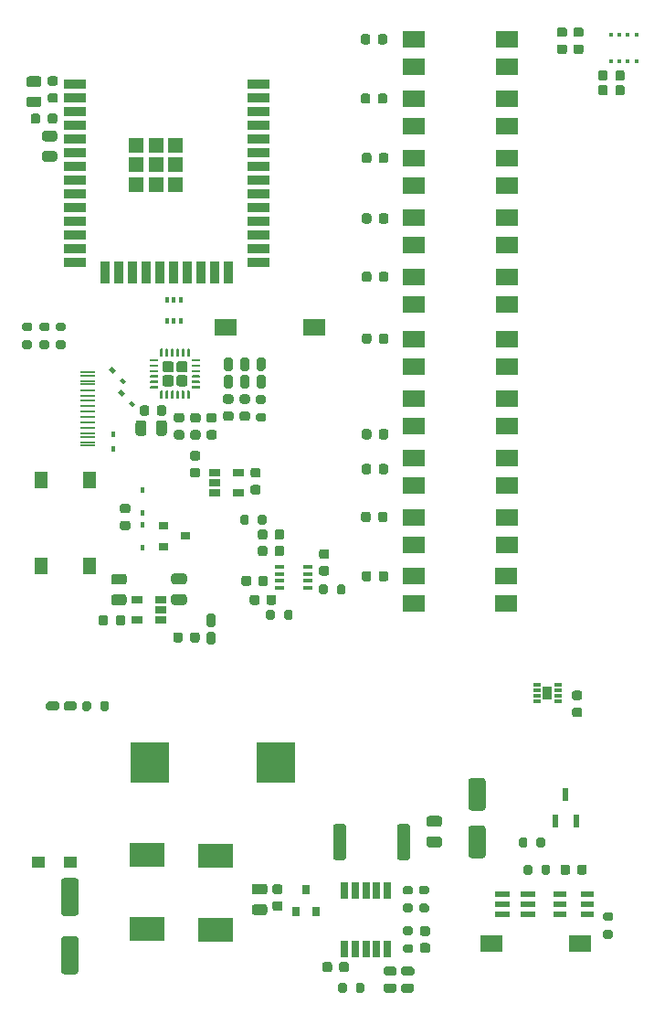
<source format=gbr>
G04 #@! TF.GenerationSoftware,KiCad,Pcbnew,(5.1.10)-1*
G04 #@! TF.CreationDate,2021-10-24T21:46:02+02:00*
G04 #@! TF.ProjectId,TestboardV2.2,54657374-626f-4617-9264-56322e322e6b,rev?*
G04 #@! TF.SameCoordinates,Original*
G04 #@! TF.FileFunction,Paste,Top*
G04 #@! TF.FilePolarity,Positive*
%FSLAX46Y46*%
G04 Gerber Fmt 4.6, Leading zero omitted, Abs format (unit mm)*
G04 Created by KiCad (PCBNEW (5.1.10)-1) date 2021-10-24 21:46:02*
%MOMM*%
%LPD*%
G01*
G04 APERTURE LIST*
%ADD10C,0.100000*%
%ADD11R,0.900000X1.300000*%
%ADD12R,0.750000X0.300000*%
%ADD13R,1.334000X0.276000*%
%ADD14R,0.450000X0.600000*%
%ADD15R,3.650000X3.750000*%
%ADD16R,1.400000X0.600000*%
%ADD17R,0.380000X0.510000*%
%ADD18R,1.330000X1.330000*%
%ADD19R,2.000000X0.900000*%
%ADD20R,0.900000X2.000000*%
%ADD21R,0.376000X0.611000*%
%ADD22R,0.384000X0.384000*%
%ADD23R,2.100000X1.550000*%
%ADD24R,2.000000X1.500000*%
%ADD25R,1.060000X0.650000*%
%ADD26R,0.900000X0.800000*%
%ADD27R,1.240000X1.120000*%
%ADD28R,3.200000X2.250000*%
%ADD29R,0.966000X0.414000*%
%ADD30R,0.650000X1.525000*%
%ADD31R,0.800000X0.900000*%
%ADD32R,0.600000X1.200000*%
%ADD33R,1.300000X1.550000*%
%ADD34R,1.200000X0.600000*%
G04 APERTURE END LIST*
D10*
G36*
X113380000Y-109660000D02*
G01*
X112580000Y-109660000D01*
X112580000Y-108860000D01*
X113380000Y-108860000D01*
X113380000Y-109660000D01*
G37*
X113380000Y-109660000D02*
X112580000Y-109660000D01*
X112580000Y-108860000D01*
X113380000Y-108860000D01*
X113380000Y-109660000D01*
G36*
X112180000Y-109660000D02*
G01*
X111380000Y-109660000D01*
X111380000Y-108860000D01*
X112180000Y-108860000D01*
X112180000Y-109660000D01*
G37*
X112180000Y-109660000D02*
X111380000Y-109660000D01*
X111380000Y-108860000D01*
X112180000Y-108860000D01*
X112180000Y-109660000D01*
G36*
X113380000Y-108460000D02*
G01*
X112580000Y-108460000D01*
X112580000Y-107660000D01*
X113380000Y-107660000D01*
X113380000Y-108460000D01*
G37*
X113380000Y-108460000D02*
X112580000Y-108460000D01*
X112580000Y-107660000D01*
X113380000Y-107660000D01*
X113380000Y-108460000D01*
G36*
X112180000Y-108460000D02*
G01*
X111380000Y-108460000D01*
X111380000Y-107660000D01*
X112180000Y-107660000D01*
X112180000Y-108460000D01*
G37*
X112180000Y-108460000D02*
X111380000Y-108460000D01*
X111380000Y-107660000D01*
X112180000Y-107660000D01*
X112180000Y-108460000D01*
G36*
G01*
X120075000Y-122445000D02*
X120075000Y-121895000D01*
G75*
G02*
X120275000Y-121695000I200000J0D01*
G01*
X120675000Y-121695000D01*
G75*
G02*
X120875000Y-121895000I0J-200000D01*
G01*
X120875000Y-122445000D01*
G75*
G02*
X120675000Y-122645000I-200000J0D01*
G01*
X120275000Y-122645000D01*
G75*
G02*
X120075000Y-122445000I0J200000D01*
G01*
G37*
G36*
G01*
X118425000Y-122445000D02*
X118425000Y-121895000D01*
G75*
G02*
X118625000Y-121695000I200000J0D01*
G01*
X119025000Y-121695000D01*
G75*
G02*
X119225000Y-121895000I0J-200000D01*
G01*
X119225000Y-122445000D01*
G75*
G02*
X119025000Y-122645000I-200000J0D01*
G01*
X118625000Y-122645000D01*
G75*
G02*
X118425000Y-122445000I0J200000D01*
G01*
G37*
D11*
X146910000Y-138200000D03*
D12*
X145910000Y-138950000D03*
X145910000Y-138450000D03*
X145910000Y-137950000D03*
X145910000Y-137450000D03*
X147910000Y-137450000D03*
X147910000Y-137950000D03*
X147910000Y-138450000D03*
X147910000Y-138950000D03*
G36*
G01*
X120085000Y-110635000D02*
X120635000Y-110635000D01*
G75*
G02*
X120835000Y-110835000I0J-200000D01*
G01*
X120835000Y-111235000D01*
G75*
G02*
X120635000Y-111435000I-200000J0D01*
G01*
X120085000Y-111435000D01*
G75*
G02*
X119885000Y-111235000I0J200000D01*
G01*
X119885000Y-110835000D01*
G75*
G02*
X120085000Y-110635000I200000J0D01*
G01*
G37*
G36*
G01*
X120085000Y-112285000D02*
X120635000Y-112285000D01*
G75*
G02*
X120835000Y-112485000I0J-200000D01*
G01*
X120835000Y-112885000D01*
G75*
G02*
X120635000Y-113085000I-200000J0D01*
G01*
X120085000Y-113085000D01*
G75*
G02*
X119885000Y-112885000I0J200000D01*
G01*
X119885000Y-112485000D01*
G75*
G02*
X120085000Y-112285000I200000J0D01*
G01*
G37*
G36*
G01*
X120147500Y-108780000D02*
X120572500Y-108780000D01*
G75*
G02*
X120785000Y-108992500I0J-212500D01*
G01*
X120785000Y-109792500D01*
G75*
G02*
X120572500Y-110005000I-212500J0D01*
G01*
X120147500Y-110005000D01*
G75*
G02*
X119935000Y-109792500I0J212500D01*
G01*
X119935000Y-108992500D01*
G75*
G02*
X120147500Y-108780000I212500J0D01*
G01*
G37*
G36*
G01*
X120147500Y-107155000D02*
X120572500Y-107155000D01*
G75*
G02*
X120785000Y-107367500I0J-212500D01*
G01*
X120785000Y-108167500D01*
G75*
G02*
X120572500Y-108380000I-212500J0D01*
G01*
X120147500Y-108380000D01*
G75*
G02*
X119935000Y-108167500I0J212500D01*
G01*
X119935000Y-107367500D01*
G75*
G02*
X120147500Y-107155000I212500J0D01*
G01*
G37*
G36*
G01*
X105445000Y-139695000D02*
X105445000Y-139145000D01*
G75*
G02*
X105645000Y-138945000I200000J0D01*
G01*
X106045000Y-138945000D01*
G75*
G02*
X106245000Y-139145000I0J-200000D01*
G01*
X106245000Y-139695000D01*
G75*
G02*
X106045000Y-139895000I-200000J0D01*
G01*
X105645000Y-139895000D01*
G75*
G02*
X105445000Y-139695000I0J200000D01*
G01*
G37*
G36*
G01*
X103795000Y-139695000D02*
X103795000Y-139145000D01*
G75*
G02*
X103995000Y-138945000I200000J0D01*
G01*
X104395000Y-138945000D01*
G75*
G02*
X104595000Y-139145000I0J-200000D01*
G01*
X104595000Y-139695000D01*
G75*
G02*
X104395000Y-139895000I-200000J0D01*
G01*
X103995000Y-139895000D01*
G75*
G02*
X103795000Y-139695000I0J200000D01*
G01*
G37*
G36*
G01*
X102060000Y-139642500D02*
X102060000Y-139217500D01*
G75*
G02*
X102272500Y-139005000I212500J0D01*
G01*
X103072500Y-139005000D01*
G75*
G02*
X103285000Y-139217500I0J-212500D01*
G01*
X103285000Y-139642500D01*
G75*
G02*
X103072500Y-139855000I-212500J0D01*
G01*
X102272500Y-139855000D01*
G75*
G02*
X102060000Y-139642500I0J212500D01*
G01*
G37*
G36*
G01*
X100435000Y-139642500D02*
X100435000Y-139217500D01*
G75*
G02*
X100647500Y-139005000I212500J0D01*
G01*
X101447500Y-139005000D01*
G75*
G02*
X101660000Y-139217500I0J-212500D01*
G01*
X101660000Y-139642500D01*
G75*
G02*
X101447500Y-139855000I-212500J0D01*
G01*
X100647500Y-139855000D01*
G75*
G02*
X100435000Y-139642500I0J212500D01*
G01*
G37*
G36*
G01*
X119745000Y-157790000D02*
X120695000Y-157790000D01*
G75*
G02*
X120945000Y-158040000I0J-250000D01*
G01*
X120945000Y-158540000D01*
G75*
G02*
X120695000Y-158790000I-250000J0D01*
G01*
X119745000Y-158790000D01*
G75*
G02*
X119495000Y-158540000I0J250000D01*
G01*
X119495000Y-158040000D01*
G75*
G02*
X119745000Y-157790000I250000J0D01*
G01*
G37*
G36*
G01*
X119745000Y-155890000D02*
X120695000Y-155890000D01*
G75*
G02*
X120945000Y-156140000I0J-250000D01*
G01*
X120945000Y-156640000D01*
G75*
G02*
X120695000Y-156890000I-250000J0D01*
G01*
X119745000Y-156890000D01*
G75*
G02*
X119495000Y-156640000I0J250000D01*
G01*
X119495000Y-156140000D01*
G75*
G02*
X119745000Y-155890000I250000J0D01*
G01*
G37*
G36*
G01*
X113225000Y-128160000D02*
X112275000Y-128160000D01*
G75*
G02*
X112025000Y-127910000I0J250000D01*
G01*
X112025000Y-127410000D01*
G75*
G02*
X112275000Y-127160000I250000J0D01*
G01*
X113225000Y-127160000D01*
G75*
G02*
X113475000Y-127410000I0J-250000D01*
G01*
X113475000Y-127910000D01*
G75*
G02*
X113225000Y-128160000I-250000J0D01*
G01*
G37*
G36*
G01*
X113225000Y-130060000D02*
X112275000Y-130060000D01*
G75*
G02*
X112025000Y-129810000I0J250000D01*
G01*
X112025000Y-129310000D01*
G75*
G02*
X112275000Y-129060000I250000J0D01*
G01*
X113225000Y-129060000D01*
G75*
G02*
X113475000Y-129310000I0J-250000D01*
G01*
X113475000Y-129810000D01*
G75*
G02*
X113225000Y-130060000I-250000J0D01*
G01*
G37*
G36*
G01*
X107655000Y-128190000D02*
X106705000Y-128190000D01*
G75*
G02*
X106455000Y-127940000I0J250000D01*
G01*
X106455000Y-127440000D01*
G75*
G02*
X106705000Y-127190000I250000J0D01*
G01*
X107655000Y-127190000D01*
G75*
G02*
X107905000Y-127440000I0J-250000D01*
G01*
X107905000Y-127940000D01*
G75*
G02*
X107655000Y-128190000I-250000J0D01*
G01*
G37*
G36*
G01*
X107655000Y-130090000D02*
X106705000Y-130090000D01*
G75*
G02*
X106455000Y-129840000I0J250000D01*
G01*
X106455000Y-129340000D01*
G75*
G02*
X106705000Y-129090000I250000J0D01*
G01*
X107655000Y-129090000D01*
G75*
G02*
X107905000Y-129340000I0J-250000D01*
G01*
X107905000Y-129840000D01*
G75*
G02*
X107655000Y-130090000I-250000J0D01*
G01*
G37*
G36*
G01*
X109730000Y-113215000D02*
X109730000Y-114165000D01*
G75*
G02*
X109480000Y-114415000I-250000J0D01*
G01*
X108980000Y-114415000D01*
G75*
G02*
X108730000Y-114165000I0J250000D01*
G01*
X108730000Y-113215000D01*
G75*
G02*
X108980000Y-112965000I250000J0D01*
G01*
X109480000Y-112965000D01*
G75*
G02*
X109730000Y-113215000I0J-250000D01*
G01*
G37*
G36*
G01*
X111630000Y-113215000D02*
X111630000Y-114165000D01*
G75*
G02*
X111380000Y-114415000I-250000J0D01*
G01*
X110880000Y-114415000D01*
G75*
G02*
X110630000Y-114165000I0J250000D01*
G01*
X110630000Y-113215000D01*
G75*
G02*
X110880000Y-112965000I250000J0D01*
G01*
X111380000Y-112965000D01*
G75*
G02*
X111630000Y-113215000I0J-250000D01*
G01*
G37*
D13*
X104260000Y-111170000D03*
X104260000Y-111670000D03*
X104260000Y-112170000D03*
X104260000Y-112670000D03*
X104260000Y-113170000D03*
X104260000Y-114220000D03*
X104260000Y-115020000D03*
X104260000Y-115320000D03*
X104260000Y-114520000D03*
X104260000Y-113670000D03*
X104260000Y-110670000D03*
X104260000Y-109620000D03*
X104260000Y-108820000D03*
X104260000Y-110170000D03*
X104260000Y-109320000D03*
X104260000Y-108520000D03*
D14*
X109380000Y-121540000D03*
X109380000Y-119440000D03*
G36*
G01*
X132950000Y-153455001D02*
X132950000Y-150604999D01*
G75*
G02*
X133199999Y-150355000I249999J0D01*
G01*
X133925001Y-150355000D01*
G75*
G02*
X134175000Y-150604999I0J-249999D01*
G01*
X134175000Y-153455001D01*
G75*
G02*
X133925001Y-153705000I-249999J0D01*
G01*
X133199999Y-153705000D01*
G75*
G02*
X132950000Y-153455001I0J249999D01*
G01*
G37*
G36*
G01*
X127025000Y-153455001D02*
X127025000Y-150604999D01*
G75*
G02*
X127274999Y-150355000I249999J0D01*
G01*
X128000001Y-150355000D01*
G75*
G02*
X128250000Y-150604999I0J-249999D01*
G01*
X128250000Y-153455001D01*
G75*
G02*
X128000001Y-153705000I-249999J0D01*
G01*
X127274999Y-153705000D01*
G75*
G02*
X127025000Y-153455001I0J249999D01*
G01*
G37*
G36*
G01*
X134235000Y-156885000D02*
X133685000Y-156885000D01*
G75*
G02*
X133485000Y-156685000I0J200000D01*
G01*
X133485000Y-156285000D01*
G75*
G02*
X133685000Y-156085000I200000J0D01*
G01*
X134235000Y-156085000D01*
G75*
G02*
X134435000Y-156285000I0J-200000D01*
G01*
X134435000Y-156685000D01*
G75*
G02*
X134235000Y-156885000I-200000J0D01*
G01*
G37*
G36*
G01*
X134235000Y-158535000D02*
X133685000Y-158535000D01*
G75*
G02*
X133485000Y-158335000I0J200000D01*
G01*
X133485000Y-157935000D01*
G75*
G02*
X133685000Y-157735000I200000J0D01*
G01*
X134235000Y-157735000D01*
G75*
G02*
X134435000Y-157935000I0J-200000D01*
G01*
X134435000Y-158335000D01*
G75*
G02*
X134235000Y-158535000I-200000J0D01*
G01*
G37*
G36*
G01*
X140930000Y-149110000D02*
X139830000Y-149110000D01*
G75*
G02*
X139580000Y-148860000I0J250000D01*
G01*
X139580000Y-146360000D01*
G75*
G02*
X139830000Y-146110000I250000J0D01*
G01*
X140930000Y-146110000D01*
G75*
G02*
X141180000Y-146360000I0J-250000D01*
G01*
X141180000Y-148860000D01*
G75*
G02*
X140930000Y-149110000I-250000J0D01*
G01*
G37*
G36*
G01*
X140930000Y-153510000D02*
X139830000Y-153510000D01*
G75*
G02*
X139580000Y-153260000I0J250000D01*
G01*
X139580000Y-150760000D01*
G75*
G02*
X139830000Y-150510000I250000J0D01*
G01*
X140930000Y-150510000D01*
G75*
G02*
X141180000Y-150760000I0J-250000D01*
G01*
X141180000Y-153260000D01*
G75*
G02*
X140930000Y-153510000I-250000J0D01*
G01*
G37*
D15*
X121740000Y-144690000D03*
X110040000Y-144690000D03*
D16*
X145060000Y-158730000D03*
X145060000Y-157780000D03*
X145060000Y-156830000D03*
X142760000Y-158730000D03*
X142760000Y-157780000D03*
X142760000Y-156830000D03*
G36*
G01*
X118647500Y-108790000D02*
X119072500Y-108790000D01*
G75*
G02*
X119285000Y-109002500I0J-212500D01*
G01*
X119285000Y-109802500D01*
G75*
G02*
X119072500Y-110015000I-212500J0D01*
G01*
X118647500Y-110015000D01*
G75*
G02*
X118435000Y-109802500I0J212500D01*
G01*
X118435000Y-109002500D01*
G75*
G02*
X118647500Y-108790000I212500J0D01*
G01*
G37*
G36*
G01*
X118647500Y-107165000D02*
X119072500Y-107165000D01*
G75*
G02*
X119285000Y-107377500I0J-212500D01*
G01*
X119285000Y-108177500D01*
G75*
G02*
X119072500Y-108390000I-212500J0D01*
G01*
X118647500Y-108390000D01*
G75*
G02*
X118435000Y-108177500I0J212500D01*
G01*
X118435000Y-107377500D01*
G75*
G02*
X118647500Y-107165000I212500J0D01*
G01*
G37*
G36*
G01*
X117117500Y-107165000D02*
X117542500Y-107165000D01*
G75*
G02*
X117755000Y-107377500I0J-212500D01*
G01*
X117755000Y-108177500D01*
G75*
G02*
X117542500Y-108390000I-212500J0D01*
G01*
X117117500Y-108390000D01*
G75*
G02*
X116905000Y-108177500I0J212500D01*
G01*
X116905000Y-107377500D01*
G75*
G02*
X117117500Y-107165000I212500J0D01*
G01*
G37*
G36*
G01*
X117117500Y-108790000D02*
X117542500Y-108790000D01*
G75*
G02*
X117755000Y-109002500I0J-212500D01*
G01*
X117755000Y-109802500D01*
G75*
G02*
X117542500Y-110015000I-212500J0D01*
G01*
X117117500Y-110015000D01*
G75*
G02*
X116905000Y-109802500I0J212500D01*
G01*
X116905000Y-109002500D01*
G75*
G02*
X117117500Y-108790000I212500J0D01*
G01*
G37*
G36*
G01*
X115507500Y-132520000D02*
X115932500Y-132520000D01*
G75*
G02*
X116145000Y-132732500I0J-212500D01*
G01*
X116145000Y-133532500D01*
G75*
G02*
X115932500Y-133745000I-212500J0D01*
G01*
X115507500Y-133745000D01*
G75*
G02*
X115295000Y-133532500I0J212500D01*
G01*
X115295000Y-132732500D01*
G75*
G02*
X115507500Y-132520000I212500J0D01*
G01*
G37*
G36*
G01*
X115507500Y-130895000D02*
X115932500Y-130895000D01*
G75*
G02*
X116145000Y-131107500I0J-212500D01*
G01*
X116145000Y-131907500D01*
G75*
G02*
X115932500Y-132120000I-212500J0D01*
G01*
X115507500Y-132120000D01*
G75*
G02*
X115295000Y-131907500I0J212500D01*
G01*
X115295000Y-131107500D01*
G75*
G02*
X115507500Y-130895000I212500J0D01*
G01*
G37*
G36*
G01*
X118593750Y-112140000D02*
X119106250Y-112140000D01*
G75*
G02*
X119325000Y-112358750I0J-218750D01*
G01*
X119325000Y-112796250D01*
G75*
G02*
X119106250Y-113015000I-218750J0D01*
G01*
X118593750Y-113015000D01*
G75*
G02*
X118375000Y-112796250I0J218750D01*
G01*
X118375000Y-112358750D01*
G75*
G02*
X118593750Y-112140000I218750J0D01*
G01*
G37*
G36*
G01*
X118593750Y-110565000D02*
X119106250Y-110565000D01*
G75*
G02*
X119325000Y-110783750I0J-218750D01*
G01*
X119325000Y-111221250D01*
G75*
G02*
X119106250Y-111440000I-218750J0D01*
G01*
X118593750Y-111440000D01*
G75*
G02*
X118375000Y-111221250I0J218750D01*
G01*
X118375000Y-110783750D01*
G75*
G02*
X118593750Y-110565000I218750J0D01*
G01*
G37*
G36*
G01*
X117063750Y-112140000D02*
X117576250Y-112140000D01*
G75*
G02*
X117795000Y-112358750I0J-218750D01*
G01*
X117795000Y-112796250D01*
G75*
G02*
X117576250Y-113015000I-218750J0D01*
G01*
X117063750Y-113015000D01*
G75*
G02*
X116845000Y-112796250I0J218750D01*
G01*
X116845000Y-112358750D01*
G75*
G02*
X117063750Y-112140000I218750J0D01*
G01*
G37*
G36*
G01*
X117063750Y-110565000D02*
X117576250Y-110565000D01*
G75*
G02*
X117795000Y-110783750I0J-218750D01*
G01*
X117795000Y-111221250D01*
G75*
G02*
X117576250Y-111440000I-218750J0D01*
G01*
X117063750Y-111440000D01*
G75*
G02*
X116845000Y-111221250I0J218750D01*
G01*
X116845000Y-110783750D01*
G75*
G02*
X117063750Y-110565000I218750J0D01*
G01*
G37*
G36*
G01*
X100303750Y-88040000D02*
X101216250Y-88040000D01*
G75*
G02*
X101460000Y-88283750I0J-243750D01*
G01*
X101460000Y-88771250D01*
G75*
G02*
X101216250Y-89015000I-243750J0D01*
G01*
X100303750Y-89015000D01*
G75*
G02*
X100060000Y-88771250I0J243750D01*
G01*
X100060000Y-88283750D01*
G75*
G02*
X100303750Y-88040000I243750J0D01*
G01*
G37*
G36*
G01*
X100303750Y-86165000D02*
X101216250Y-86165000D01*
G75*
G02*
X101460000Y-86408750I0J-243750D01*
G01*
X101460000Y-86896250D01*
G75*
G02*
X101216250Y-87140000I-243750J0D01*
G01*
X100303750Y-87140000D01*
G75*
G02*
X100060000Y-86896250I0J243750D01*
G01*
X100060000Y-86408750D01*
G75*
G02*
X100303750Y-86165000I243750J0D01*
G01*
G37*
G36*
G01*
X99756250Y-82090000D02*
X98843750Y-82090000D01*
G75*
G02*
X98600000Y-81846250I0J243750D01*
G01*
X98600000Y-81358750D01*
G75*
G02*
X98843750Y-81115000I243750J0D01*
G01*
X99756250Y-81115000D01*
G75*
G02*
X100000000Y-81358750I0J-243750D01*
G01*
X100000000Y-81846250D01*
G75*
G02*
X99756250Y-82090000I-243750J0D01*
G01*
G37*
G36*
G01*
X99756250Y-83965000D02*
X98843750Y-83965000D01*
G75*
G02*
X98600000Y-83721250I0J243750D01*
G01*
X98600000Y-83233750D01*
G75*
G02*
X98843750Y-82990000I243750J0D01*
G01*
X99756250Y-82990000D01*
G75*
G02*
X100000000Y-83233750I0J-243750D01*
G01*
X100000000Y-83721250D01*
G75*
G02*
X99756250Y-83965000I-243750J0D01*
G01*
G37*
D10*
G36*
X107470987Y-110759688D02*
G01*
X107110362Y-110399063D01*
X107379063Y-110130362D01*
X107739688Y-110490987D01*
X107470987Y-110759688D01*
G37*
G36*
X108460937Y-111749638D02*
G01*
X108100312Y-111389013D01*
X108369013Y-111120312D01*
X108729638Y-111480937D01*
X108460937Y-111749638D01*
G37*
G36*
X106519063Y-108010362D02*
G01*
X106879688Y-108370987D01*
X106610987Y-108639688D01*
X106250362Y-108279063D01*
X106519063Y-108010362D01*
G37*
G36*
X107509013Y-109000312D02*
G01*
X107869638Y-109360937D01*
X107600937Y-109629638D01*
X107240312Y-109269013D01*
X107509013Y-109000312D01*
G37*
D17*
X106700000Y-115640000D03*
X106700000Y-114240000D03*
G36*
G01*
X111205000Y-108285001D02*
X111205000Y-107734999D01*
G75*
G02*
X111454999Y-107485000I249999J0D01*
G01*
X112005001Y-107485000D01*
G75*
G02*
X112255000Y-107734999I0J-249999D01*
G01*
X112255000Y-108285001D01*
G75*
G02*
X112005001Y-108535000I-249999J0D01*
G01*
X111454999Y-108535000D01*
G75*
G02*
X111205000Y-108285001I0J249999D01*
G01*
G37*
G36*
G01*
X111205000Y-109585001D02*
X111205000Y-109034999D01*
G75*
G02*
X111454999Y-108785000I249999J0D01*
G01*
X112005001Y-108785000D01*
G75*
G02*
X112255000Y-109034999I0J-249999D01*
G01*
X112255000Y-109585001D01*
G75*
G02*
X112005001Y-109835000I-249999J0D01*
G01*
X111454999Y-109835000D01*
G75*
G02*
X111205000Y-109585001I0J249999D01*
G01*
G37*
G36*
G01*
X112505000Y-108285001D02*
X112505000Y-107734999D01*
G75*
G02*
X112754999Y-107485000I249999J0D01*
G01*
X113305001Y-107485000D01*
G75*
G02*
X113555000Y-107734999I0J-249999D01*
G01*
X113555000Y-108285001D01*
G75*
G02*
X113305001Y-108535000I-249999J0D01*
G01*
X112754999Y-108535000D01*
G75*
G02*
X112505000Y-108285001I0J249999D01*
G01*
G37*
G36*
G01*
X112505000Y-109585001D02*
X112505000Y-109034999D01*
G75*
G02*
X112754999Y-108785000I249999J0D01*
G01*
X113305001Y-108785000D01*
G75*
G02*
X113555000Y-109034999I0J-249999D01*
G01*
X113555000Y-109585001D01*
G75*
G02*
X113305001Y-109835000I-249999J0D01*
G01*
X112754999Y-109835000D01*
G75*
G02*
X112505000Y-109585001I0J249999D01*
G01*
G37*
G36*
G01*
X110063000Y-107467500D02*
X110063000Y-107352500D01*
G75*
G02*
X110120500Y-107295000I57500J0D01*
G01*
X110764500Y-107295000D01*
G75*
G02*
X110822000Y-107352500I0J-57500D01*
G01*
X110822000Y-107467500D01*
G75*
G02*
X110764500Y-107525000I-57500J0D01*
G01*
X110120500Y-107525000D01*
G75*
G02*
X110063000Y-107467500I0J57500D01*
G01*
G37*
G36*
G01*
X110063000Y-107967500D02*
X110063000Y-107852500D01*
G75*
G02*
X110120500Y-107795000I57500J0D01*
G01*
X110764500Y-107795000D01*
G75*
G02*
X110822000Y-107852500I0J-57500D01*
G01*
X110822000Y-107967500D01*
G75*
G02*
X110764500Y-108025000I-57500J0D01*
G01*
X110120500Y-108025000D01*
G75*
G02*
X110063000Y-107967500I0J57500D01*
G01*
G37*
G36*
G01*
X110063000Y-108467500D02*
X110063000Y-108352500D01*
G75*
G02*
X110120500Y-108295000I57500J0D01*
G01*
X110764500Y-108295000D01*
G75*
G02*
X110822000Y-108352500I0J-57500D01*
G01*
X110822000Y-108467500D01*
G75*
G02*
X110764500Y-108525000I-57500J0D01*
G01*
X110120500Y-108525000D01*
G75*
G02*
X110063000Y-108467500I0J57500D01*
G01*
G37*
G36*
G01*
X110063000Y-108967500D02*
X110063000Y-108852500D01*
G75*
G02*
X110120500Y-108795000I57500J0D01*
G01*
X110764500Y-108795000D01*
G75*
G02*
X110822000Y-108852500I0J-57500D01*
G01*
X110822000Y-108967500D01*
G75*
G02*
X110764500Y-109025000I-57500J0D01*
G01*
X110120500Y-109025000D01*
G75*
G02*
X110063000Y-108967500I0J57500D01*
G01*
G37*
G36*
G01*
X110063000Y-109467500D02*
X110063000Y-109352500D01*
G75*
G02*
X110120500Y-109295000I57500J0D01*
G01*
X110764500Y-109295000D01*
G75*
G02*
X110822000Y-109352500I0J-57500D01*
G01*
X110822000Y-109467500D01*
G75*
G02*
X110764500Y-109525000I-57500J0D01*
G01*
X110120500Y-109525000D01*
G75*
G02*
X110063000Y-109467500I0J57500D01*
G01*
G37*
G36*
G01*
X110063000Y-109967500D02*
X110063000Y-109852500D01*
G75*
G02*
X110120500Y-109795000I57500J0D01*
G01*
X110764500Y-109795000D01*
G75*
G02*
X110822000Y-109852500I0J-57500D01*
G01*
X110822000Y-109967500D01*
G75*
G02*
X110764500Y-110025000I-57500J0D01*
G01*
X110120500Y-110025000D01*
G75*
G02*
X110063000Y-109967500I0J57500D01*
G01*
G37*
G36*
G01*
X111015000Y-110919500D02*
X111015000Y-110275500D01*
G75*
G02*
X111072500Y-110218000I57500J0D01*
G01*
X111187500Y-110218000D01*
G75*
G02*
X111245000Y-110275500I0J-57500D01*
G01*
X111245000Y-110919500D01*
G75*
G02*
X111187500Y-110977000I-57500J0D01*
G01*
X111072500Y-110977000D01*
G75*
G02*
X111015000Y-110919500I0J57500D01*
G01*
G37*
G36*
G01*
X111515000Y-110919500D02*
X111515000Y-110275500D01*
G75*
G02*
X111572500Y-110218000I57500J0D01*
G01*
X111687500Y-110218000D01*
G75*
G02*
X111745000Y-110275500I0J-57500D01*
G01*
X111745000Y-110919500D01*
G75*
G02*
X111687500Y-110977000I-57500J0D01*
G01*
X111572500Y-110977000D01*
G75*
G02*
X111515000Y-110919500I0J57500D01*
G01*
G37*
G36*
G01*
X112015000Y-110919500D02*
X112015000Y-110275500D01*
G75*
G02*
X112072500Y-110218000I57500J0D01*
G01*
X112187500Y-110218000D01*
G75*
G02*
X112245000Y-110275500I0J-57500D01*
G01*
X112245000Y-110919500D01*
G75*
G02*
X112187500Y-110977000I-57500J0D01*
G01*
X112072500Y-110977000D01*
G75*
G02*
X112015000Y-110919500I0J57500D01*
G01*
G37*
G36*
G01*
X112515000Y-110919500D02*
X112515000Y-110275500D01*
G75*
G02*
X112572500Y-110218000I57500J0D01*
G01*
X112687500Y-110218000D01*
G75*
G02*
X112745000Y-110275500I0J-57500D01*
G01*
X112745000Y-110919500D01*
G75*
G02*
X112687500Y-110977000I-57500J0D01*
G01*
X112572500Y-110977000D01*
G75*
G02*
X112515000Y-110919500I0J57500D01*
G01*
G37*
G36*
G01*
X113015000Y-110919500D02*
X113015000Y-110275500D01*
G75*
G02*
X113072500Y-110218000I57500J0D01*
G01*
X113187500Y-110218000D01*
G75*
G02*
X113245000Y-110275500I0J-57500D01*
G01*
X113245000Y-110919500D01*
G75*
G02*
X113187500Y-110977000I-57500J0D01*
G01*
X113072500Y-110977000D01*
G75*
G02*
X113015000Y-110919500I0J57500D01*
G01*
G37*
G36*
G01*
X113515000Y-110919500D02*
X113515000Y-110275500D01*
G75*
G02*
X113572500Y-110218000I57500J0D01*
G01*
X113687500Y-110218000D01*
G75*
G02*
X113745000Y-110275500I0J-57500D01*
G01*
X113745000Y-110919500D01*
G75*
G02*
X113687500Y-110977000I-57500J0D01*
G01*
X113572500Y-110977000D01*
G75*
G02*
X113515000Y-110919500I0J57500D01*
G01*
G37*
G36*
G01*
X113938000Y-109967500D02*
X113938000Y-109852500D01*
G75*
G02*
X113995500Y-109795000I57500J0D01*
G01*
X114639500Y-109795000D01*
G75*
G02*
X114697000Y-109852500I0J-57500D01*
G01*
X114697000Y-109967500D01*
G75*
G02*
X114639500Y-110025000I-57500J0D01*
G01*
X113995500Y-110025000D01*
G75*
G02*
X113938000Y-109967500I0J57500D01*
G01*
G37*
G36*
G01*
X113938000Y-109467500D02*
X113938000Y-109352500D01*
G75*
G02*
X113995500Y-109295000I57500J0D01*
G01*
X114639500Y-109295000D01*
G75*
G02*
X114697000Y-109352500I0J-57500D01*
G01*
X114697000Y-109467500D01*
G75*
G02*
X114639500Y-109525000I-57500J0D01*
G01*
X113995500Y-109525000D01*
G75*
G02*
X113938000Y-109467500I0J57500D01*
G01*
G37*
G36*
G01*
X113938000Y-108967500D02*
X113938000Y-108852500D01*
G75*
G02*
X113995500Y-108795000I57500J0D01*
G01*
X114639500Y-108795000D01*
G75*
G02*
X114697000Y-108852500I0J-57500D01*
G01*
X114697000Y-108967500D01*
G75*
G02*
X114639500Y-109025000I-57500J0D01*
G01*
X113995500Y-109025000D01*
G75*
G02*
X113938000Y-108967500I0J57500D01*
G01*
G37*
G36*
G01*
X113938000Y-108467500D02*
X113938000Y-108352500D01*
G75*
G02*
X113995500Y-108295000I57500J0D01*
G01*
X114639500Y-108295000D01*
G75*
G02*
X114697000Y-108352500I0J-57500D01*
G01*
X114697000Y-108467500D01*
G75*
G02*
X114639500Y-108525000I-57500J0D01*
G01*
X113995500Y-108525000D01*
G75*
G02*
X113938000Y-108467500I0J57500D01*
G01*
G37*
G36*
G01*
X113938000Y-107967500D02*
X113938000Y-107852500D01*
G75*
G02*
X113995500Y-107795000I57500J0D01*
G01*
X114639500Y-107795000D01*
G75*
G02*
X114697000Y-107852500I0J-57500D01*
G01*
X114697000Y-107967500D01*
G75*
G02*
X114639500Y-108025000I-57500J0D01*
G01*
X113995500Y-108025000D01*
G75*
G02*
X113938000Y-107967500I0J57500D01*
G01*
G37*
G36*
G01*
X113938000Y-107467500D02*
X113938000Y-107352500D01*
G75*
G02*
X113995500Y-107295000I57500J0D01*
G01*
X114639500Y-107295000D01*
G75*
G02*
X114697000Y-107352500I0J-57500D01*
G01*
X114697000Y-107467500D01*
G75*
G02*
X114639500Y-107525000I-57500J0D01*
G01*
X113995500Y-107525000D01*
G75*
G02*
X113938000Y-107467500I0J57500D01*
G01*
G37*
G36*
G01*
X113515000Y-107044500D02*
X113515000Y-106400500D01*
G75*
G02*
X113572500Y-106343000I57500J0D01*
G01*
X113687500Y-106343000D01*
G75*
G02*
X113745000Y-106400500I0J-57500D01*
G01*
X113745000Y-107044500D01*
G75*
G02*
X113687500Y-107102000I-57500J0D01*
G01*
X113572500Y-107102000D01*
G75*
G02*
X113515000Y-107044500I0J57500D01*
G01*
G37*
G36*
G01*
X113015000Y-107044500D02*
X113015000Y-106400500D01*
G75*
G02*
X113072500Y-106343000I57500J0D01*
G01*
X113187500Y-106343000D01*
G75*
G02*
X113245000Y-106400500I0J-57500D01*
G01*
X113245000Y-107044500D01*
G75*
G02*
X113187500Y-107102000I-57500J0D01*
G01*
X113072500Y-107102000D01*
G75*
G02*
X113015000Y-107044500I0J57500D01*
G01*
G37*
G36*
G01*
X112515000Y-107044500D02*
X112515000Y-106400500D01*
G75*
G02*
X112572500Y-106343000I57500J0D01*
G01*
X112687500Y-106343000D01*
G75*
G02*
X112745000Y-106400500I0J-57500D01*
G01*
X112745000Y-107044500D01*
G75*
G02*
X112687500Y-107102000I-57500J0D01*
G01*
X112572500Y-107102000D01*
G75*
G02*
X112515000Y-107044500I0J57500D01*
G01*
G37*
G36*
G01*
X112015000Y-107044500D02*
X112015000Y-106400500D01*
G75*
G02*
X112072500Y-106343000I57500J0D01*
G01*
X112187500Y-106343000D01*
G75*
G02*
X112245000Y-106400500I0J-57500D01*
G01*
X112245000Y-107044500D01*
G75*
G02*
X112187500Y-107102000I-57500J0D01*
G01*
X112072500Y-107102000D01*
G75*
G02*
X112015000Y-107044500I0J57500D01*
G01*
G37*
G36*
G01*
X111515000Y-107044500D02*
X111515000Y-106400500D01*
G75*
G02*
X111572500Y-106343000I57500J0D01*
G01*
X111687500Y-106343000D01*
G75*
G02*
X111745000Y-106400500I0J-57500D01*
G01*
X111745000Y-107044500D01*
G75*
G02*
X111687500Y-107102000I-57500J0D01*
G01*
X111572500Y-107102000D01*
G75*
G02*
X111515000Y-107044500I0J57500D01*
G01*
G37*
G36*
G01*
X111015000Y-107044500D02*
X111015000Y-106400500D01*
G75*
G02*
X111072500Y-106343000I57500J0D01*
G01*
X111187500Y-106343000D01*
G75*
G02*
X111245000Y-106400500I0J-57500D01*
G01*
X111245000Y-107044500D01*
G75*
G02*
X111187500Y-107102000I-57500J0D01*
G01*
X111072500Y-107102000D01*
G75*
G02*
X111015000Y-107044500I0J57500D01*
G01*
G37*
D18*
X112445000Y-91145000D03*
X112445000Y-89310000D03*
X112445000Y-87475000D03*
X110610000Y-87475000D03*
X110610000Y-89310000D03*
X110610000Y-91145000D03*
X108775000Y-91145000D03*
X108775000Y-89310000D03*
X108775000Y-87475000D03*
D19*
X120110000Y-81810000D03*
X120110000Y-83080000D03*
X120110000Y-84350000D03*
X120110000Y-85620000D03*
X120110000Y-86890000D03*
X120110000Y-88160000D03*
X120110000Y-89430000D03*
X120110000Y-90700000D03*
X120110000Y-91970000D03*
X120110000Y-93240000D03*
X120110000Y-94510000D03*
X120110000Y-95780000D03*
X120110000Y-97050000D03*
X120110000Y-98320000D03*
D20*
X117325000Y-99320000D03*
X116055000Y-99320000D03*
X114785000Y-99320000D03*
X113515000Y-99320000D03*
X112245000Y-99320000D03*
X110975000Y-99320000D03*
X109705000Y-99320000D03*
X108435000Y-99320000D03*
X107165000Y-99320000D03*
X105895000Y-99320000D03*
D19*
X103110000Y-98320000D03*
X103110000Y-97050000D03*
X103110000Y-95780000D03*
X103110000Y-94510000D03*
X103110000Y-93240000D03*
X103110000Y-91970000D03*
X103110000Y-90700000D03*
X103110000Y-89430000D03*
X103110000Y-88160000D03*
X103110000Y-86890000D03*
X103110000Y-85620000D03*
X103110000Y-84350000D03*
X103110000Y-83080000D03*
X103110000Y-81810000D03*
G36*
G01*
X149403750Y-139580000D02*
X149916250Y-139580000D01*
G75*
G02*
X150135000Y-139798750I0J-218750D01*
G01*
X150135000Y-140236250D01*
G75*
G02*
X149916250Y-140455000I-218750J0D01*
G01*
X149403750Y-140455000D01*
G75*
G02*
X149185000Y-140236250I0J218750D01*
G01*
X149185000Y-139798750D01*
G75*
G02*
X149403750Y-139580000I218750J0D01*
G01*
G37*
G36*
G01*
X149403750Y-138005000D02*
X149916250Y-138005000D01*
G75*
G02*
X150135000Y-138223750I0J-218750D01*
G01*
X150135000Y-138661250D01*
G75*
G02*
X149916250Y-138880000I-218750J0D01*
G01*
X149403750Y-138880000D01*
G75*
G02*
X149185000Y-138661250I0J218750D01*
G01*
X149185000Y-138223750D01*
G75*
G02*
X149403750Y-138005000I218750J0D01*
G01*
G37*
D21*
X112930000Y-101840000D03*
X111630000Y-101840000D03*
X112280000Y-103740000D03*
X112280000Y-101840000D03*
X111630000Y-103740000D03*
X112930000Y-103740000D03*
G36*
G01*
X149523750Y-78170000D02*
X150036250Y-78170000D01*
G75*
G02*
X150255000Y-78388750I0J-218750D01*
G01*
X150255000Y-78826250D01*
G75*
G02*
X150036250Y-79045000I-218750J0D01*
G01*
X149523750Y-79045000D01*
G75*
G02*
X149305000Y-78826250I0J218750D01*
G01*
X149305000Y-78388750D01*
G75*
G02*
X149523750Y-78170000I218750J0D01*
G01*
G37*
G36*
G01*
X149523750Y-76595000D02*
X150036250Y-76595000D01*
G75*
G02*
X150255000Y-76813750I0J-218750D01*
G01*
X150255000Y-77251250D01*
G75*
G02*
X150036250Y-77470000I-218750J0D01*
G01*
X149523750Y-77470000D01*
G75*
G02*
X149305000Y-77251250I0J218750D01*
G01*
X149305000Y-76813750D01*
G75*
G02*
X149523750Y-76595000I218750J0D01*
G01*
G37*
G36*
G01*
X147993750Y-78170000D02*
X148506250Y-78170000D01*
G75*
G02*
X148725000Y-78388750I0J-218750D01*
G01*
X148725000Y-78826250D01*
G75*
G02*
X148506250Y-79045000I-218750J0D01*
G01*
X147993750Y-79045000D01*
G75*
G02*
X147775000Y-78826250I0J218750D01*
G01*
X147775000Y-78388750D01*
G75*
G02*
X147993750Y-78170000I218750J0D01*
G01*
G37*
G36*
G01*
X147993750Y-76595000D02*
X148506250Y-76595000D01*
G75*
G02*
X148725000Y-76813750I0J-218750D01*
G01*
X148725000Y-77251250D01*
G75*
G02*
X148506250Y-77470000I-218750J0D01*
G01*
X147993750Y-77470000D01*
G75*
G02*
X147775000Y-77251250I0J218750D01*
G01*
X147775000Y-76813750D01*
G75*
G02*
X147993750Y-76595000I218750J0D01*
G01*
G37*
D22*
X152765000Y-77304000D03*
X153565000Y-77304000D03*
X154365000Y-77304000D03*
X155165000Y-77304000D03*
X155165000Y-79704000D03*
X154365000Y-79704000D03*
X153565000Y-79704000D03*
X152765000Y-79704000D03*
G36*
G01*
X152490000Y-80783750D02*
X152490000Y-81296250D01*
G75*
G02*
X152271250Y-81515000I-218750J0D01*
G01*
X151833750Y-81515000D01*
G75*
G02*
X151615000Y-81296250I0J218750D01*
G01*
X151615000Y-80783750D01*
G75*
G02*
X151833750Y-80565000I218750J0D01*
G01*
X152271250Y-80565000D01*
G75*
G02*
X152490000Y-80783750I0J-218750D01*
G01*
G37*
G36*
G01*
X154065000Y-80783750D02*
X154065000Y-81296250D01*
G75*
G02*
X153846250Y-81515000I-218750J0D01*
G01*
X153408750Y-81515000D01*
G75*
G02*
X153190000Y-81296250I0J218750D01*
G01*
X153190000Y-80783750D01*
G75*
G02*
X153408750Y-80565000I218750J0D01*
G01*
X153846250Y-80565000D01*
G75*
G02*
X154065000Y-80783750I0J-218750D01*
G01*
G37*
G36*
G01*
X152490000Y-82143750D02*
X152490000Y-82656250D01*
G75*
G02*
X152271250Y-82875000I-218750J0D01*
G01*
X151833750Y-82875000D01*
G75*
G02*
X151615000Y-82656250I0J218750D01*
G01*
X151615000Y-82143750D01*
G75*
G02*
X151833750Y-81925000I218750J0D01*
G01*
X152271250Y-81925000D01*
G75*
G02*
X152490000Y-82143750I0J-218750D01*
G01*
G37*
G36*
G01*
X154065000Y-82143750D02*
X154065000Y-82656250D01*
G75*
G02*
X153846250Y-82875000I-218750J0D01*
G01*
X153408750Y-82875000D01*
G75*
G02*
X153190000Y-82656250I0J218750D01*
G01*
X153190000Y-82143750D01*
G75*
G02*
X153408750Y-81925000I218750J0D01*
G01*
X153846250Y-81925000D01*
G75*
G02*
X154065000Y-82143750I0J-218750D01*
G01*
G37*
D23*
X143090000Y-127420000D03*
X143090000Y-129960000D03*
X134490000Y-129960000D03*
X134490000Y-127420000D03*
X143130000Y-121930000D03*
X143130000Y-124470000D03*
X134530000Y-124470000D03*
X134530000Y-121930000D03*
X143130000Y-116430000D03*
X143130000Y-118970000D03*
X134530000Y-118970000D03*
X134530000Y-116430000D03*
X143130000Y-110930000D03*
X143130000Y-113470000D03*
X134530000Y-113470000D03*
X134530000Y-110930000D03*
X143130000Y-105430000D03*
X143130000Y-107970000D03*
X134530000Y-107970000D03*
X134530000Y-105430000D03*
X143130000Y-99710000D03*
X143130000Y-102250000D03*
X134530000Y-102250000D03*
X134530000Y-99710000D03*
X143130000Y-94210000D03*
X143130000Y-96750000D03*
X134530000Y-96750000D03*
X134530000Y-94210000D03*
X143130000Y-88710000D03*
X143130000Y-91250000D03*
X134530000Y-91250000D03*
X134530000Y-88710000D03*
X143130000Y-83210000D03*
X143130000Y-85750000D03*
X134530000Y-85750000D03*
X134530000Y-83210000D03*
X143130000Y-77710000D03*
X143130000Y-80250000D03*
X134530000Y-80250000D03*
X134530000Y-77710000D03*
D24*
X125300000Y-104320000D03*
X117100000Y-104320000D03*
G36*
G01*
X115513750Y-113880000D02*
X116026250Y-113880000D01*
G75*
G02*
X116245000Y-114098750I0J-218750D01*
G01*
X116245000Y-114536250D01*
G75*
G02*
X116026250Y-114755000I-218750J0D01*
G01*
X115513750Y-114755000D01*
G75*
G02*
X115295000Y-114536250I0J218750D01*
G01*
X115295000Y-114098750D01*
G75*
G02*
X115513750Y-113880000I218750J0D01*
G01*
G37*
G36*
G01*
X115513750Y-112305000D02*
X116026250Y-112305000D01*
G75*
G02*
X116245000Y-112523750I0J-218750D01*
G01*
X116245000Y-112961250D01*
G75*
G02*
X116026250Y-113180000I-218750J0D01*
G01*
X115513750Y-113180000D01*
G75*
G02*
X115295000Y-112961250I0J218750D01*
G01*
X115295000Y-112523750D01*
G75*
G02*
X115513750Y-112305000I218750J0D01*
G01*
G37*
G36*
G01*
X114526250Y-113180000D02*
X114013750Y-113180000D01*
G75*
G02*
X113795000Y-112961250I0J218750D01*
G01*
X113795000Y-112523750D01*
G75*
G02*
X114013750Y-112305000I218750J0D01*
G01*
X114526250Y-112305000D01*
G75*
G02*
X114745000Y-112523750I0J-218750D01*
G01*
X114745000Y-112961250D01*
G75*
G02*
X114526250Y-113180000I-218750J0D01*
G01*
G37*
G36*
G01*
X114526250Y-114755000D02*
X114013750Y-114755000D01*
G75*
G02*
X113795000Y-114536250I0J218750D01*
G01*
X113795000Y-114098750D01*
G75*
G02*
X114013750Y-113880000I218750J0D01*
G01*
X114526250Y-113880000D01*
G75*
G02*
X114745000Y-114098750I0J-218750D01*
G01*
X114745000Y-114536250D01*
G75*
G02*
X114526250Y-114755000I-218750J0D01*
G01*
G37*
G36*
G01*
X112503750Y-113870000D02*
X113016250Y-113870000D01*
G75*
G02*
X113235000Y-114088750I0J-218750D01*
G01*
X113235000Y-114526250D01*
G75*
G02*
X113016250Y-114745000I-218750J0D01*
G01*
X112503750Y-114745000D01*
G75*
G02*
X112285000Y-114526250I0J218750D01*
G01*
X112285000Y-114088750D01*
G75*
G02*
X112503750Y-113870000I218750J0D01*
G01*
G37*
G36*
G01*
X112503750Y-112295000D02*
X113016250Y-112295000D01*
G75*
G02*
X113235000Y-112513750I0J-218750D01*
G01*
X113235000Y-112951250D01*
G75*
G02*
X113016250Y-113170000I-218750J0D01*
G01*
X112503750Y-113170000D01*
G75*
G02*
X112285000Y-112951250I0J218750D01*
G01*
X112285000Y-112513750D01*
G75*
G02*
X112503750Y-112295000I218750J0D01*
G01*
G37*
G36*
G01*
X130570000Y-127153750D02*
X130570000Y-127666250D01*
G75*
G02*
X130351250Y-127885000I-218750J0D01*
G01*
X129913750Y-127885000D01*
G75*
G02*
X129695000Y-127666250I0J218750D01*
G01*
X129695000Y-127153750D01*
G75*
G02*
X129913750Y-126935000I218750J0D01*
G01*
X130351250Y-126935000D01*
G75*
G02*
X130570000Y-127153750I0J-218750D01*
G01*
G37*
G36*
G01*
X132145000Y-127153750D02*
X132145000Y-127666250D01*
G75*
G02*
X131926250Y-127885000I-218750J0D01*
G01*
X131488750Y-127885000D01*
G75*
G02*
X131270000Y-127666250I0J218750D01*
G01*
X131270000Y-127153750D01*
G75*
G02*
X131488750Y-126935000I218750J0D01*
G01*
X131926250Y-126935000D01*
G75*
G02*
X132145000Y-127153750I0J-218750D01*
G01*
G37*
G36*
G01*
X130520000Y-121663750D02*
X130520000Y-122176250D01*
G75*
G02*
X130301250Y-122395000I-218750J0D01*
G01*
X129863750Y-122395000D01*
G75*
G02*
X129645000Y-122176250I0J218750D01*
G01*
X129645000Y-121663750D01*
G75*
G02*
X129863750Y-121445000I218750J0D01*
G01*
X130301250Y-121445000D01*
G75*
G02*
X130520000Y-121663750I0J-218750D01*
G01*
G37*
G36*
G01*
X132095000Y-121663750D02*
X132095000Y-122176250D01*
G75*
G02*
X131876250Y-122395000I-218750J0D01*
G01*
X131438750Y-122395000D01*
G75*
G02*
X131220000Y-122176250I0J218750D01*
G01*
X131220000Y-121663750D01*
G75*
G02*
X131438750Y-121445000I218750J0D01*
G01*
X131876250Y-121445000D01*
G75*
G02*
X132095000Y-121663750I0J-218750D01*
G01*
G37*
G36*
G01*
X130560000Y-117233750D02*
X130560000Y-117746250D01*
G75*
G02*
X130341250Y-117965000I-218750J0D01*
G01*
X129903750Y-117965000D01*
G75*
G02*
X129685000Y-117746250I0J218750D01*
G01*
X129685000Y-117233750D01*
G75*
G02*
X129903750Y-117015000I218750J0D01*
G01*
X130341250Y-117015000D01*
G75*
G02*
X130560000Y-117233750I0J-218750D01*
G01*
G37*
G36*
G01*
X132135000Y-117233750D02*
X132135000Y-117746250D01*
G75*
G02*
X131916250Y-117965000I-218750J0D01*
G01*
X131478750Y-117965000D01*
G75*
G02*
X131260000Y-117746250I0J218750D01*
G01*
X131260000Y-117233750D01*
G75*
G02*
X131478750Y-117015000I218750J0D01*
G01*
X131916250Y-117015000D01*
G75*
G02*
X132135000Y-117233750I0J-218750D01*
G01*
G37*
G36*
G01*
X130580000Y-114003750D02*
X130580000Y-114516250D01*
G75*
G02*
X130361250Y-114735000I-218750J0D01*
G01*
X129923750Y-114735000D01*
G75*
G02*
X129705000Y-114516250I0J218750D01*
G01*
X129705000Y-114003750D01*
G75*
G02*
X129923750Y-113785000I218750J0D01*
G01*
X130361250Y-113785000D01*
G75*
G02*
X130580000Y-114003750I0J-218750D01*
G01*
G37*
G36*
G01*
X132155000Y-114003750D02*
X132155000Y-114516250D01*
G75*
G02*
X131936250Y-114735000I-218750J0D01*
G01*
X131498750Y-114735000D01*
G75*
G02*
X131280000Y-114516250I0J218750D01*
G01*
X131280000Y-114003750D01*
G75*
G02*
X131498750Y-113785000I218750J0D01*
G01*
X131936250Y-113785000D01*
G75*
G02*
X132155000Y-114003750I0J-218750D01*
G01*
G37*
G36*
G01*
X130580000Y-105143750D02*
X130580000Y-105656250D01*
G75*
G02*
X130361250Y-105875000I-218750J0D01*
G01*
X129923750Y-105875000D01*
G75*
G02*
X129705000Y-105656250I0J218750D01*
G01*
X129705000Y-105143750D01*
G75*
G02*
X129923750Y-104925000I218750J0D01*
G01*
X130361250Y-104925000D01*
G75*
G02*
X130580000Y-105143750I0J-218750D01*
G01*
G37*
G36*
G01*
X132155000Y-105143750D02*
X132155000Y-105656250D01*
G75*
G02*
X131936250Y-105875000I-218750J0D01*
G01*
X131498750Y-105875000D01*
G75*
G02*
X131280000Y-105656250I0J218750D01*
G01*
X131280000Y-105143750D01*
G75*
G02*
X131498750Y-104925000I218750J0D01*
G01*
X131936250Y-104925000D01*
G75*
G02*
X132155000Y-105143750I0J-218750D01*
G01*
G37*
G36*
G01*
X130580000Y-99423750D02*
X130580000Y-99936250D01*
G75*
G02*
X130361250Y-100155000I-218750J0D01*
G01*
X129923750Y-100155000D01*
G75*
G02*
X129705000Y-99936250I0J218750D01*
G01*
X129705000Y-99423750D01*
G75*
G02*
X129923750Y-99205000I218750J0D01*
G01*
X130361250Y-99205000D01*
G75*
G02*
X130580000Y-99423750I0J-218750D01*
G01*
G37*
G36*
G01*
X132155000Y-99423750D02*
X132155000Y-99936250D01*
G75*
G02*
X131936250Y-100155000I-218750J0D01*
G01*
X131498750Y-100155000D01*
G75*
G02*
X131280000Y-99936250I0J218750D01*
G01*
X131280000Y-99423750D01*
G75*
G02*
X131498750Y-99205000I218750J0D01*
G01*
X131936250Y-99205000D01*
G75*
G02*
X132155000Y-99423750I0J-218750D01*
G01*
G37*
G36*
G01*
X130580000Y-94023750D02*
X130580000Y-94536250D01*
G75*
G02*
X130361250Y-94755000I-218750J0D01*
G01*
X129923750Y-94755000D01*
G75*
G02*
X129705000Y-94536250I0J218750D01*
G01*
X129705000Y-94023750D01*
G75*
G02*
X129923750Y-93805000I218750J0D01*
G01*
X130361250Y-93805000D01*
G75*
G02*
X130580000Y-94023750I0J-218750D01*
G01*
G37*
G36*
G01*
X132155000Y-94023750D02*
X132155000Y-94536250D01*
G75*
G02*
X131936250Y-94755000I-218750J0D01*
G01*
X131498750Y-94755000D01*
G75*
G02*
X131280000Y-94536250I0J218750D01*
G01*
X131280000Y-94023750D01*
G75*
G02*
X131498750Y-93805000I218750J0D01*
G01*
X131936250Y-93805000D01*
G75*
G02*
X132155000Y-94023750I0J-218750D01*
G01*
G37*
G36*
G01*
X130580000Y-88423750D02*
X130580000Y-88936250D01*
G75*
G02*
X130361250Y-89155000I-218750J0D01*
G01*
X129923750Y-89155000D01*
G75*
G02*
X129705000Y-88936250I0J218750D01*
G01*
X129705000Y-88423750D01*
G75*
G02*
X129923750Y-88205000I218750J0D01*
G01*
X130361250Y-88205000D01*
G75*
G02*
X130580000Y-88423750I0J-218750D01*
G01*
G37*
G36*
G01*
X132155000Y-88423750D02*
X132155000Y-88936250D01*
G75*
G02*
X131936250Y-89155000I-218750J0D01*
G01*
X131498750Y-89155000D01*
G75*
G02*
X131280000Y-88936250I0J218750D01*
G01*
X131280000Y-88423750D01*
G75*
G02*
X131498750Y-88205000I218750J0D01*
G01*
X131936250Y-88205000D01*
G75*
G02*
X132155000Y-88423750I0J-218750D01*
G01*
G37*
G36*
G01*
X130480000Y-82923750D02*
X130480000Y-83436250D01*
G75*
G02*
X130261250Y-83655000I-218750J0D01*
G01*
X129823750Y-83655000D01*
G75*
G02*
X129605000Y-83436250I0J218750D01*
G01*
X129605000Y-82923750D01*
G75*
G02*
X129823750Y-82705000I218750J0D01*
G01*
X130261250Y-82705000D01*
G75*
G02*
X130480000Y-82923750I0J-218750D01*
G01*
G37*
G36*
G01*
X132055000Y-82923750D02*
X132055000Y-83436250D01*
G75*
G02*
X131836250Y-83655000I-218750J0D01*
G01*
X131398750Y-83655000D01*
G75*
G02*
X131180000Y-83436250I0J218750D01*
G01*
X131180000Y-82923750D01*
G75*
G02*
X131398750Y-82705000I218750J0D01*
G01*
X131836250Y-82705000D01*
G75*
G02*
X132055000Y-82923750I0J-218750D01*
G01*
G37*
G36*
G01*
X130480000Y-77423750D02*
X130480000Y-77936250D01*
G75*
G02*
X130261250Y-78155000I-218750J0D01*
G01*
X129823750Y-78155000D01*
G75*
G02*
X129605000Y-77936250I0J218750D01*
G01*
X129605000Y-77423750D01*
G75*
G02*
X129823750Y-77205000I218750J0D01*
G01*
X130261250Y-77205000D01*
G75*
G02*
X130480000Y-77423750I0J-218750D01*
G01*
G37*
G36*
G01*
X132055000Y-77423750D02*
X132055000Y-77936250D01*
G75*
G02*
X131836250Y-78155000I-218750J0D01*
G01*
X131398750Y-78155000D01*
G75*
G02*
X131180000Y-77936250I0J218750D01*
G01*
X131180000Y-77423750D01*
G75*
G02*
X131398750Y-77205000I218750J0D01*
G01*
X131836250Y-77205000D01*
G75*
G02*
X132055000Y-77423750I0J-218750D01*
G01*
G37*
G36*
G01*
X100590000Y-85296250D02*
X100590000Y-84783750D01*
G75*
G02*
X100808750Y-84565000I218750J0D01*
G01*
X101246250Y-84565000D01*
G75*
G02*
X101465000Y-84783750I0J-218750D01*
G01*
X101465000Y-85296250D01*
G75*
G02*
X101246250Y-85515000I-218750J0D01*
G01*
X100808750Y-85515000D01*
G75*
G02*
X100590000Y-85296250I0J218750D01*
G01*
G37*
G36*
G01*
X99015000Y-85296250D02*
X99015000Y-84783750D01*
G75*
G02*
X99233750Y-84565000I218750J0D01*
G01*
X99671250Y-84565000D01*
G75*
G02*
X99890000Y-84783750I0J-218750D01*
G01*
X99890000Y-85296250D01*
G75*
G02*
X99671250Y-85515000I-218750J0D01*
G01*
X99233750Y-85515000D01*
G75*
G02*
X99015000Y-85296250I0J218750D01*
G01*
G37*
D25*
X118280000Y-117820000D03*
X118280000Y-119720000D03*
X116080000Y-119720000D03*
X116080000Y-118770000D03*
X116080000Y-117820000D03*
G36*
G01*
X119593750Y-118960000D02*
X120106250Y-118960000D01*
G75*
G02*
X120325000Y-119178750I0J-218750D01*
G01*
X120325000Y-119616250D01*
G75*
G02*
X120106250Y-119835000I-218750J0D01*
G01*
X119593750Y-119835000D01*
G75*
G02*
X119375000Y-119616250I0J218750D01*
G01*
X119375000Y-119178750D01*
G75*
G02*
X119593750Y-118960000I218750J0D01*
G01*
G37*
G36*
G01*
X119593750Y-117385000D02*
X120106250Y-117385000D01*
G75*
G02*
X120325000Y-117603750I0J-218750D01*
G01*
X120325000Y-118041250D01*
G75*
G02*
X120106250Y-118260000I-218750J0D01*
G01*
X119593750Y-118260000D01*
G75*
G02*
X119375000Y-118041250I0J218750D01*
G01*
X119375000Y-117603750D01*
G75*
G02*
X119593750Y-117385000I218750J0D01*
G01*
G37*
G36*
G01*
X114496250Y-116690000D02*
X113983750Y-116690000D01*
G75*
G02*
X113765000Y-116471250I0J218750D01*
G01*
X113765000Y-116033750D01*
G75*
G02*
X113983750Y-115815000I218750J0D01*
G01*
X114496250Y-115815000D01*
G75*
G02*
X114715000Y-116033750I0J-218750D01*
G01*
X114715000Y-116471250D01*
G75*
G02*
X114496250Y-116690000I-218750J0D01*
G01*
G37*
G36*
G01*
X114496250Y-118265000D02*
X113983750Y-118265000D01*
G75*
G02*
X113765000Y-118046250I0J218750D01*
G01*
X113765000Y-117608750D01*
G75*
G02*
X113983750Y-117390000I218750J0D01*
G01*
X114496250Y-117390000D01*
G75*
G02*
X114715000Y-117608750I0J-218750D01*
G01*
X114715000Y-118046250D01*
G75*
G02*
X114496250Y-118265000I-218750J0D01*
G01*
G37*
G36*
G01*
X110000000Y-111813750D02*
X110000000Y-112326250D01*
G75*
G02*
X109781250Y-112545000I-218750J0D01*
G01*
X109343750Y-112545000D01*
G75*
G02*
X109125000Y-112326250I0J218750D01*
G01*
X109125000Y-111813750D01*
G75*
G02*
X109343750Y-111595000I218750J0D01*
G01*
X109781250Y-111595000D01*
G75*
G02*
X110000000Y-111813750I0J-218750D01*
G01*
G37*
G36*
G01*
X111575000Y-111813750D02*
X111575000Y-112326250D01*
G75*
G02*
X111356250Y-112545000I-218750J0D01*
G01*
X110918750Y-112545000D01*
G75*
G02*
X110700000Y-112326250I0J218750D01*
G01*
X110700000Y-111813750D01*
G75*
G02*
X110918750Y-111595000I218750J0D01*
G01*
X111356250Y-111595000D01*
G75*
G02*
X111575000Y-111813750I0J-218750D01*
G01*
G37*
G36*
G01*
X101316250Y-81980000D02*
X100803750Y-81980000D01*
G75*
G02*
X100585000Y-81761250I0J218750D01*
G01*
X100585000Y-81323750D01*
G75*
G02*
X100803750Y-81105000I218750J0D01*
G01*
X101316250Y-81105000D01*
G75*
G02*
X101535000Y-81323750I0J-218750D01*
G01*
X101535000Y-81761250D01*
G75*
G02*
X101316250Y-81980000I-218750J0D01*
G01*
G37*
G36*
G01*
X101316250Y-83555000D02*
X100803750Y-83555000D01*
G75*
G02*
X100585000Y-83336250I0J218750D01*
G01*
X100585000Y-82898750D01*
G75*
G02*
X100803750Y-82680000I218750J0D01*
G01*
X101316250Y-82680000D01*
G75*
G02*
X101535000Y-82898750I0J-218750D01*
G01*
X101535000Y-83336250D01*
G75*
G02*
X101316250Y-83555000I-218750J0D01*
G01*
G37*
D14*
X109370000Y-122660000D03*
X109370000Y-124760000D03*
D26*
X113320000Y-123690000D03*
X111320000Y-124640000D03*
X111320000Y-122740000D03*
G36*
G01*
X106180000Y-131233750D02*
X106180000Y-131746250D01*
G75*
G02*
X105961250Y-131965000I-218750J0D01*
G01*
X105523750Y-131965000D01*
G75*
G02*
X105305000Y-131746250I0J218750D01*
G01*
X105305000Y-131233750D01*
G75*
G02*
X105523750Y-131015000I218750J0D01*
G01*
X105961250Y-131015000D01*
G75*
G02*
X106180000Y-131233750I0J-218750D01*
G01*
G37*
G36*
G01*
X107755000Y-131233750D02*
X107755000Y-131746250D01*
G75*
G02*
X107536250Y-131965000I-218750J0D01*
G01*
X107098750Y-131965000D01*
G75*
G02*
X106880000Y-131746250I0J218750D01*
G01*
X106880000Y-131233750D01*
G75*
G02*
X107098750Y-131015000I218750J0D01*
G01*
X107536250Y-131015000D01*
G75*
G02*
X107755000Y-131233750I0J-218750D01*
G01*
G37*
G36*
G01*
X108016250Y-121580000D02*
X107503750Y-121580000D01*
G75*
G02*
X107285000Y-121361250I0J218750D01*
G01*
X107285000Y-120923750D01*
G75*
G02*
X107503750Y-120705000I218750J0D01*
G01*
X108016250Y-120705000D01*
G75*
G02*
X108235000Y-120923750I0J-218750D01*
G01*
X108235000Y-121361250D01*
G75*
G02*
X108016250Y-121580000I-218750J0D01*
G01*
G37*
G36*
G01*
X108016250Y-123155000D02*
X107503750Y-123155000D01*
G75*
G02*
X107285000Y-122936250I0J218750D01*
G01*
X107285000Y-122498750D01*
G75*
G02*
X107503750Y-122280000I218750J0D01*
G01*
X108016250Y-122280000D01*
G75*
G02*
X108235000Y-122498750I0J-218750D01*
G01*
X108235000Y-122936250D01*
G75*
G02*
X108016250Y-123155000I-218750J0D01*
G01*
G37*
G36*
G01*
X113790000Y-133326250D02*
X113790000Y-132813750D01*
G75*
G02*
X114008750Y-132595000I218750J0D01*
G01*
X114446250Y-132595000D01*
G75*
G02*
X114665000Y-132813750I0J-218750D01*
G01*
X114665000Y-133326250D01*
G75*
G02*
X114446250Y-133545000I-218750J0D01*
G01*
X114008750Y-133545000D01*
G75*
G02*
X113790000Y-133326250I0J218750D01*
G01*
G37*
G36*
G01*
X112215000Y-133326250D02*
X112215000Y-132813750D01*
G75*
G02*
X112433750Y-132595000I218750J0D01*
G01*
X112871250Y-132595000D01*
G75*
G02*
X113090000Y-132813750I0J-218750D01*
G01*
X113090000Y-133326250D01*
G75*
G02*
X112871250Y-133545000I-218750J0D01*
G01*
X112433750Y-133545000D01*
G75*
G02*
X112215000Y-133326250I0J218750D01*
G01*
G37*
D25*
X108870000Y-131490000D03*
X108870000Y-129590000D03*
X111070000Y-129590000D03*
X111070000Y-130540000D03*
X111070000Y-131490000D03*
G36*
G01*
X120955000Y-123300000D02*
X120955000Y-123800000D01*
G75*
G02*
X120730000Y-124025000I-225000J0D01*
G01*
X120280000Y-124025000D01*
G75*
G02*
X120055000Y-123800000I0J225000D01*
G01*
X120055000Y-123300000D01*
G75*
G02*
X120280000Y-123075000I225000J0D01*
G01*
X120730000Y-123075000D01*
G75*
G02*
X120955000Y-123300000I0J-225000D01*
G01*
G37*
G36*
G01*
X122505000Y-123300000D02*
X122505000Y-123800000D01*
G75*
G02*
X122280000Y-124025000I-225000J0D01*
G01*
X121830000Y-124025000D01*
G75*
G02*
X121605000Y-123800000I0J225000D01*
G01*
X121605000Y-123300000D01*
G75*
G02*
X121830000Y-123075000I225000J0D01*
G01*
X122280000Y-123075000D01*
G75*
G02*
X122505000Y-123300000I0J-225000D01*
G01*
G37*
G36*
G01*
X120955000Y-124820000D02*
X120955000Y-125320000D01*
G75*
G02*
X120730000Y-125545000I-225000J0D01*
G01*
X120280000Y-125545000D01*
G75*
G02*
X120055000Y-125320000I0J225000D01*
G01*
X120055000Y-124820000D01*
G75*
G02*
X120280000Y-124595000I225000J0D01*
G01*
X120730000Y-124595000D01*
G75*
G02*
X120955000Y-124820000I0J-225000D01*
G01*
G37*
G36*
G01*
X122505000Y-124820000D02*
X122505000Y-125320000D01*
G75*
G02*
X122280000Y-125545000I-225000J0D01*
G01*
X121830000Y-125545000D01*
G75*
G02*
X121605000Y-125320000I0J225000D01*
G01*
X121605000Y-124820000D01*
G75*
G02*
X121830000Y-124595000I225000J0D01*
G01*
X122280000Y-124595000D01*
G75*
G02*
X122505000Y-124820000I0J-225000D01*
G01*
G37*
G36*
G01*
X120995000Y-127590000D02*
X120995000Y-128090000D01*
G75*
G02*
X120770000Y-128315000I-225000J0D01*
G01*
X120320000Y-128315000D01*
G75*
G02*
X120095000Y-128090000I0J225000D01*
G01*
X120095000Y-127590000D01*
G75*
G02*
X120320000Y-127365000I225000J0D01*
G01*
X120770000Y-127365000D01*
G75*
G02*
X120995000Y-127590000I0J-225000D01*
G01*
G37*
G36*
G01*
X119445000Y-127590000D02*
X119445000Y-128090000D01*
G75*
G02*
X119220000Y-128315000I-225000J0D01*
G01*
X118770000Y-128315000D01*
G75*
G02*
X118545000Y-128090000I0J225000D01*
G01*
X118545000Y-127590000D01*
G75*
G02*
X118770000Y-127365000I225000J0D01*
G01*
X119220000Y-127365000D01*
G75*
G02*
X119445000Y-127590000I0J-225000D01*
G01*
G37*
G36*
G01*
X126450000Y-127355000D02*
X125950000Y-127355000D01*
G75*
G02*
X125725000Y-127130000I0J225000D01*
G01*
X125725000Y-126680000D01*
G75*
G02*
X125950000Y-126455000I225000J0D01*
G01*
X126450000Y-126455000D01*
G75*
G02*
X126675000Y-126680000I0J-225000D01*
G01*
X126675000Y-127130000D01*
G75*
G02*
X126450000Y-127355000I-225000J0D01*
G01*
G37*
G36*
G01*
X126450000Y-125805000D02*
X125950000Y-125805000D01*
G75*
G02*
X125725000Y-125580000I0J225000D01*
G01*
X125725000Y-125130000D01*
G75*
G02*
X125950000Y-124905000I225000J0D01*
G01*
X126450000Y-124905000D01*
G75*
G02*
X126675000Y-125130000I0J-225000D01*
G01*
X126675000Y-125580000D01*
G75*
G02*
X126450000Y-125805000I-225000J0D01*
G01*
G37*
G36*
G01*
X102080000Y-155360000D02*
X103180000Y-155360000D01*
G75*
G02*
X103430000Y-155610000I0J-250000D01*
G01*
X103430000Y-158610000D01*
G75*
G02*
X103180000Y-158860000I-250000J0D01*
G01*
X102080000Y-158860000D01*
G75*
G02*
X101830000Y-158610000I0J250000D01*
G01*
X101830000Y-155610000D01*
G75*
G02*
X102080000Y-155360000I250000J0D01*
G01*
G37*
G36*
G01*
X102080000Y-160760000D02*
X103180000Y-160760000D01*
G75*
G02*
X103430000Y-161010000I0J-250000D01*
G01*
X103430000Y-164010000D01*
G75*
G02*
X103180000Y-164260000I-250000J0D01*
G01*
X102080000Y-164260000D01*
G75*
G02*
X101830000Y-164010000I0J250000D01*
G01*
X101830000Y-161010000D01*
G75*
G02*
X102080000Y-160760000I250000J0D01*
G01*
G37*
G36*
G01*
X135310000Y-161375000D02*
X135810000Y-161375000D01*
G75*
G02*
X136035000Y-161600000I0J-225000D01*
G01*
X136035000Y-162050000D01*
G75*
G02*
X135810000Y-162275000I-225000J0D01*
G01*
X135310000Y-162275000D01*
G75*
G02*
X135085000Y-162050000I0J225000D01*
G01*
X135085000Y-161600000D01*
G75*
G02*
X135310000Y-161375000I225000J0D01*
G01*
G37*
G36*
G01*
X135310000Y-159825000D02*
X135810000Y-159825000D01*
G75*
G02*
X136035000Y-160050000I0J-225000D01*
G01*
X136035000Y-160500000D01*
G75*
G02*
X135810000Y-160725000I-225000J0D01*
G01*
X135310000Y-160725000D01*
G75*
G02*
X135085000Y-160500000I0J225000D01*
G01*
X135085000Y-160050000D01*
G75*
G02*
X135310000Y-159825000I225000J0D01*
G01*
G37*
G36*
G01*
X126045000Y-163850000D02*
X126045000Y-163350000D01*
G75*
G02*
X126270000Y-163125000I225000J0D01*
G01*
X126720000Y-163125000D01*
G75*
G02*
X126945000Y-163350000I0J-225000D01*
G01*
X126945000Y-163850000D01*
G75*
G02*
X126720000Y-164075000I-225000J0D01*
G01*
X126270000Y-164075000D01*
G75*
G02*
X126045000Y-163850000I0J225000D01*
G01*
G37*
G36*
G01*
X127595000Y-163850000D02*
X127595000Y-163350000D01*
G75*
G02*
X127820000Y-163125000I225000J0D01*
G01*
X128270000Y-163125000D01*
G75*
G02*
X128495000Y-163350000I0J-225000D01*
G01*
X128495000Y-163850000D01*
G75*
G02*
X128270000Y-164075000I-225000J0D01*
G01*
X127820000Y-164075000D01*
G75*
G02*
X127595000Y-163850000I0J225000D01*
G01*
G37*
G36*
G01*
X136885000Y-152510000D02*
X135935000Y-152510000D01*
G75*
G02*
X135685000Y-152260000I0J250000D01*
G01*
X135685000Y-151760000D01*
G75*
G02*
X135935000Y-151510000I250000J0D01*
G01*
X136885000Y-151510000D01*
G75*
G02*
X137135000Y-151760000I0J-250000D01*
G01*
X137135000Y-152260000D01*
G75*
G02*
X136885000Y-152510000I-250000J0D01*
G01*
G37*
G36*
G01*
X136885000Y-150610000D02*
X135935000Y-150610000D01*
G75*
G02*
X135685000Y-150360000I0J250000D01*
G01*
X135685000Y-149860000D01*
G75*
G02*
X135935000Y-149610000I250000J0D01*
G01*
X136885000Y-149610000D01*
G75*
G02*
X137135000Y-149860000I0J-250000D01*
G01*
X137135000Y-150360000D01*
G75*
G02*
X136885000Y-150610000I-250000J0D01*
G01*
G37*
G36*
G01*
X148105000Y-154830000D02*
X148105000Y-154330000D01*
G75*
G02*
X148330000Y-154105000I225000J0D01*
G01*
X148780000Y-154105000D01*
G75*
G02*
X149005000Y-154330000I0J-225000D01*
G01*
X149005000Y-154830000D01*
G75*
G02*
X148780000Y-155055000I-225000J0D01*
G01*
X148330000Y-155055000D01*
G75*
G02*
X148105000Y-154830000I0J225000D01*
G01*
G37*
G36*
G01*
X149655000Y-154830000D02*
X149655000Y-154330000D01*
G75*
G02*
X149880000Y-154105000I225000J0D01*
G01*
X150330000Y-154105000D01*
G75*
G02*
X150555000Y-154330000I0J-225000D01*
G01*
X150555000Y-154830000D01*
G75*
G02*
X150330000Y-155055000I-225000J0D01*
G01*
X149880000Y-155055000D01*
G75*
G02*
X149655000Y-154830000I0J225000D01*
G01*
G37*
D27*
X102700000Y-153900000D03*
X99700000Y-153900000D03*
G36*
G01*
X133320000Y-165754500D02*
X133320000Y-165329500D01*
G75*
G02*
X133532500Y-165117000I212500J0D01*
G01*
X134332500Y-165117000D01*
G75*
G02*
X134545000Y-165329500I0J-212500D01*
G01*
X134545000Y-165754500D01*
G75*
G02*
X134332500Y-165967000I-212500J0D01*
G01*
X133532500Y-165967000D01*
G75*
G02*
X133320000Y-165754500I0J212500D01*
G01*
G37*
G36*
G01*
X131695000Y-165754500D02*
X131695000Y-165329500D01*
G75*
G02*
X131907500Y-165117000I212500J0D01*
G01*
X132707500Y-165117000D01*
G75*
G02*
X132920000Y-165329500I0J-212500D01*
G01*
X132920000Y-165754500D01*
G75*
G02*
X132707500Y-165967000I-212500J0D01*
G01*
X131907500Y-165967000D01*
G75*
G02*
X131695000Y-165754500I0J212500D01*
G01*
G37*
G36*
G01*
X131715000Y-164204500D02*
X131715000Y-163779500D01*
G75*
G02*
X131927500Y-163567000I212500J0D01*
G01*
X132727500Y-163567000D01*
G75*
G02*
X132940000Y-163779500I0J-212500D01*
G01*
X132940000Y-164204500D01*
G75*
G02*
X132727500Y-164417000I-212500J0D01*
G01*
X131927500Y-164417000D01*
G75*
G02*
X131715000Y-164204500I0J212500D01*
G01*
G37*
G36*
G01*
X133340000Y-164204500D02*
X133340000Y-163779500D01*
G75*
G02*
X133552500Y-163567000I212500J0D01*
G01*
X134352500Y-163567000D01*
G75*
G02*
X134565000Y-163779500I0J-212500D01*
G01*
X134565000Y-164204500D01*
G75*
G02*
X134352500Y-164417000I-212500J0D01*
G01*
X133552500Y-164417000D01*
G75*
G02*
X133340000Y-164204500I0J212500D01*
G01*
G37*
D28*
X116180000Y-153260000D03*
X116180000Y-160160000D03*
X109810000Y-160090000D03*
X109810000Y-153190000D03*
D29*
X124670000Y-126535000D03*
X124670000Y-127185000D03*
X124670000Y-127835000D03*
X124670000Y-128485000D03*
X122070000Y-128485000D03*
X122070000Y-127835000D03*
X122070000Y-127185000D03*
X122070000Y-126535000D03*
D30*
X128070000Y-156488000D03*
X129070000Y-156488000D03*
X130070000Y-156488000D03*
X131070000Y-156488000D03*
X132070000Y-156488000D03*
X132070000Y-161912000D03*
X131070000Y-161912000D03*
X130070000Y-161912000D03*
X129070000Y-161912000D03*
X128070000Y-161912000D03*
D31*
X123580000Y-158420000D03*
X125480000Y-158420000D03*
X124530000Y-156420000D03*
D32*
X147660000Y-150100000D03*
X149560000Y-150100000D03*
X148610000Y-147600000D03*
G36*
G01*
X128185000Y-128365000D02*
X128185000Y-128915000D01*
G75*
G02*
X127985000Y-129115000I-200000J0D01*
G01*
X127585000Y-129115000D01*
G75*
G02*
X127385000Y-128915000I0J200000D01*
G01*
X127385000Y-128365000D01*
G75*
G02*
X127585000Y-128165000I200000J0D01*
G01*
X127985000Y-128165000D01*
G75*
G02*
X128185000Y-128365000I0J-200000D01*
G01*
G37*
G36*
G01*
X126535000Y-128365000D02*
X126535000Y-128915000D01*
G75*
G02*
X126335000Y-129115000I-200000J0D01*
G01*
X125935000Y-129115000D01*
G75*
G02*
X125735000Y-128915000I0J200000D01*
G01*
X125735000Y-128365000D01*
G75*
G02*
X125935000Y-128165000I200000J0D01*
G01*
X126335000Y-128165000D01*
G75*
G02*
X126535000Y-128365000I0J-200000D01*
G01*
G37*
G36*
G01*
X134265000Y-162275000D02*
X133715000Y-162275000D01*
G75*
G02*
X133515000Y-162075000I0J200000D01*
G01*
X133515000Y-161675000D01*
G75*
G02*
X133715000Y-161475000I200000J0D01*
G01*
X134265000Y-161475000D01*
G75*
G02*
X134465000Y-161675000I0J-200000D01*
G01*
X134465000Y-162075000D01*
G75*
G02*
X134265000Y-162275000I-200000J0D01*
G01*
G37*
G36*
G01*
X134265000Y-160625000D02*
X133715000Y-160625000D01*
G75*
G02*
X133515000Y-160425000I0J200000D01*
G01*
X133515000Y-160025000D01*
G75*
G02*
X133715000Y-159825000I200000J0D01*
G01*
X134265000Y-159825000D01*
G75*
G02*
X134465000Y-160025000I0J-200000D01*
G01*
X134465000Y-160425000D01*
G75*
G02*
X134265000Y-160625000I-200000J0D01*
G01*
G37*
G36*
G01*
X129145000Y-165815000D02*
X129145000Y-165265000D01*
G75*
G02*
X129345000Y-165065000I200000J0D01*
G01*
X129745000Y-165065000D01*
G75*
G02*
X129945000Y-165265000I0J-200000D01*
G01*
X129945000Y-165815000D01*
G75*
G02*
X129745000Y-166015000I-200000J0D01*
G01*
X129345000Y-166015000D01*
G75*
G02*
X129145000Y-165815000I0J200000D01*
G01*
G37*
G36*
G01*
X127495000Y-165815000D02*
X127495000Y-165265000D01*
G75*
G02*
X127695000Y-165065000I200000J0D01*
G01*
X128095000Y-165065000D01*
G75*
G02*
X128295000Y-165265000I0J-200000D01*
G01*
X128295000Y-165815000D01*
G75*
G02*
X128095000Y-166015000I-200000J0D01*
G01*
X127695000Y-166015000D01*
G75*
G02*
X127495000Y-165815000I0J200000D01*
G01*
G37*
G36*
G01*
X135185000Y-157735000D02*
X135735000Y-157735000D01*
G75*
G02*
X135935000Y-157935000I0J-200000D01*
G01*
X135935000Y-158335000D01*
G75*
G02*
X135735000Y-158535000I-200000J0D01*
G01*
X135185000Y-158535000D01*
G75*
G02*
X134985000Y-158335000I0J200000D01*
G01*
X134985000Y-157935000D01*
G75*
G02*
X135185000Y-157735000I200000J0D01*
G01*
G37*
G36*
G01*
X135185000Y-156085000D02*
X135735000Y-156085000D01*
G75*
G02*
X135935000Y-156285000I0J-200000D01*
G01*
X135935000Y-156685000D01*
G75*
G02*
X135735000Y-156885000I-200000J0D01*
G01*
X135185000Y-156885000D01*
G75*
G02*
X134985000Y-156685000I0J200000D01*
G01*
X134985000Y-156285000D01*
G75*
G02*
X135185000Y-156085000I200000J0D01*
G01*
G37*
G36*
G01*
X152245000Y-160185000D02*
X152795000Y-160185000D01*
G75*
G02*
X152995000Y-160385000I0J-200000D01*
G01*
X152995000Y-160785000D01*
G75*
G02*
X152795000Y-160985000I-200000J0D01*
G01*
X152245000Y-160985000D01*
G75*
G02*
X152045000Y-160785000I0J200000D01*
G01*
X152045000Y-160385000D01*
G75*
G02*
X152245000Y-160185000I200000J0D01*
G01*
G37*
G36*
G01*
X152245000Y-158535000D02*
X152795000Y-158535000D01*
G75*
G02*
X152995000Y-158735000I0J-200000D01*
G01*
X152995000Y-159135000D01*
G75*
G02*
X152795000Y-159335000I-200000J0D01*
G01*
X152245000Y-159335000D01*
G75*
G02*
X152045000Y-159135000I0J200000D01*
G01*
X152045000Y-158735000D01*
G75*
G02*
X152245000Y-158535000I200000J0D01*
G01*
G37*
G36*
G01*
X144695000Y-154855000D02*
X144695000Y-154305000D01*
G75*
G02*
X144895000Y-154105000I200000J0D01*
G01*
X145295000Y-154105000D01*
G75*
G02*
X145495000Y-154305000I0J-200000D01*
G01*
X145495000Y-154855000D01*
G75*
G02*
X145295000Y-155055000I-200000J0D01*
G01*
X144895000Y-155055000D01*
G75*
G02*
X144695000Y-154855000I0J200000D01*
G01*
G37*
G36*
G01*
X146345000Y-154855000D02*
X146345000Y-154305000D01*
G75*
G02*
X146545000Y-154105000I200000J0D01*
G01*
X146945000Y-154105000D01*
G75*
G02*
X147145000Y-154305000I0J-200000D01*
G01*
X147145000Y-154855000D01*
G75*
G02*
X146945000Y-155055000I-200000J0D01*
G01*
X146545000Y-155055000D01*
G75*
G02*
X146345000Y-154855000I0J200000D01*
G01*
G37*
G36*
G01*
X144245000Y-152335000D02*
X144245000Y-151785000D01*
G75*
G02*
X144445000Y-151585000I200000J0D01*
G01*
X144845000Y-151585000D01*
G75*
G02*
X145045000Y-151785000I0J-200000D01*
G01*
X145045000Y-152335000D01*
G75*
G02*
X144845000Y-152535000I-200000J0D01*
G01*
X144445000Y-152535000D01*
G75*
G02*
X144245000Y-152335000I0J200000D01*
G01*
G37*
G36*
G01*
X145895000Y-152335000D02*
X145895000Y-151785000D01*
G75*
G02*
X146095000Y-151585000I200000J0D01*
G01*
X146495000Y-151585000D01*
G75*
G02*
X146695000Y-151785000I0J-200000D01*
G01*
X146695000Y-152335000D01*
G75*
G02*
X146495000Y-152535000I-200000J0D01*
G01*
X146095000Y-152535000D01*
G75*
G02*
X145895000Y-152335000I0J200000D01*
G01*
G37*
D33*
X99950000Y-126455000D03*
X99950000Y-118505000D03*
X104450000Y-126455000D03*
X104450000Y-118505000D03*
D24*
X149910000Y-161410000D03*
X141710000Y-161410000D03*
G36*
G01*
X121630000Y-155945000D02*
X122130000Y-155945000D01*
G75*
G02*
X122355000Y-156170000I0J-225000D01*
G01*
X122355000Y-156620000D01*
G75*
G02*
X122130000Y-156845000I-225000J0D01*
G01*
X121630000Y-156845000D01*
G75*
G02*
X121405000Y-156620000I0J225000D01*
G01*
X121405000Y-156170000D01*
G75*
G02*
X121630000Y-155945000I225000J0D01*
G01*
G37*
G36*
G01*
X121630000Y-157495000D02*
X122130000Y-157495000D01*
G75*
G02*
X122355000Y-157720000I0J-225000D01*
G01*
X122355000Y-158170000D01*
G75*
G02*
X122130000Y-158395000I-225000J0D01*
G01*
X121630000Y-158395000D01*
G75*
G02*
X121405000Y-158170000I0J225000D01*
G01*
X121405000Y-157720000D01*
G75*
G02*
X121630000Y-157495000I225000J0D01*
G01*
G37*
D34*
X150590000Y-158730000D03*
X150590000Y-157780000D03*
X150590000Y-156830000D03*
X148090000Y-156830000D03*
X148090000Y-157780000D03*
X148090000Y-158730000D03*
G36*
G01*
X98405000Y-103915000D02*
X98955000Y-103915000D01*
G75*
G02*
X99155000Y-104115000I0J-200000D01*
G01*
X99155000Y-104515000D01*
G75*
G02*
X98955000Y-104715000I-200000J0D01*
G01*
X98405000Y-104715000D01*
G75*
G02*
X98205000Y-104515000I0J200000D01*
G01*
X98205000Y-104115000D01*
G75*
G02*
X98405000Y-103915000I200000J0D01*
G01*
G37*
G36*
G01*
X98405000Y-105565000D02*
X98955000Y-105565000D01*
G75*
G02*
X99155000Y-105765000I0J-200000D01*
G01*
X99155000Y-106165000D01*
G75*
G02*
X98955000Y-106365000I-200000J0D01*
G01*
X98405000Y-106365000D01*
G75*
G02*
X98205000Y-106165000I0J200000D01*
G01*
X98205000Y-105765000D01*
G75*
G02*
X98405000Y-105565000I200000J0D01*
G01*
G37*
G36*
G01*
X101515000Y-103915000D02*
X102065000Y-103915000D01*
G75*
G02*
X102265000Y-104115000I0J-200000D01*
G01*
X102265000Y-104515000D01*
G75*
G02*
X102065000Y-104715000I-200000J0D01*
G01*
X101515000Y-104715000D01*
G75*
G02*
X101315000Y-104515000I0J200000D01*
G01*
X101315000Y-104115000D01*
G75*
G02*
X101515000Y-103915000I200000J0D01*
G01*
G37*
G36*
G01*
X101515000Y-105565000D02*
X102065000Y-105565000D01*
G75*
G02*
X102265000Y-105765000I0J-200000D01*
G01*
X102265000Y-106165000D01*
G75*
G02*
X102065000Y-106365000I-200000J0D01*
G01*
X101515000Y-106365000D01*
G75*
G02*
X101315000Y-106165000I0J200000D01*
G01*
X101315000Y-105765000D01*
G75*
G02*
X101515000Y-105565000I200000J0D01*
G01*
G37*
G36*
G01*
X99995000Y-105565000D02*
X100545000Y-105565000D01*
G75*
G02*
X100745000Y-105765000I0J-200000D01*
G01*
X100745000Y-106165000D01*
G75*
G02*
X100545000Y-106365000I-200000J0D01*
G01*
X99995000Y-106365000D01*
G75*
G02*
X99795000Y-106165000I0J200000D01*
G01*
X99795000Y-105765000D01*
G75*
G02*
X99995000Y-105565000I200000J0D01*
G01*
G37*
G36*
G01*
X99995000Y-103915000D02*
X100545000Y-103915000D01*
G75*
G02*
X100745000Y-104115000I0J-200000D01*
G01*
X100745000Y-104515000D01*
G75*
G02*
X100545000Y-104715000I-200000J0D01*
G01*
X99995000Y-104715000D01*
G75*
G02*
X99795000Y-104515000I0J200000D01*
G01*
X99795000Y-104115000D01*
G75*
G02*
X99995000Y-103915000I200000J0D01*
G01*
G37*
G36*
G01*
X119315000Y-129850000D02*
X119315000Y-129350000D01*
G75*
G02*
X119540000Y-129125000I225000J0D01*
G01*
X119990000Y-129125000D01*
G75*
G02*
X120215000Y-129350000I0J-225000D01*
G01*
X120215000Y-129850000D01*
G75*
G02*
X119990000Y-130075000I-225000J0D01*
G01*
X119540000Y-130075000D01*
G75*
G02*
X119315000Y-129850000I0J225000D01*
G01*
G37*
G36*
G01*
X120865000Y-129850000D02*
X120865000Y-129350000D01*
G75*
G02*
X121090000Y-129125000I225000J0D01*
G01*
X121540000Y-129125000D01*
G75*
G02*
X121765000Y-129350000I0J-225000D01*
G01*
X121765000Y-129850000D01*
G75*
G02*
X121540000Y-130075000I-225000J0D01*
G01*
X121090000Y-130075000D01*
G75*
G02*
X120865000Y-129850000I0J225000D01*
G01*
G37*
G36*
G01*
X120835000Y-131255000D02*
X120835000Y-130705000D01*
G75*
G02*
X121035000Y-130505000I200000J0D01*
G01*
X121435000Y-130505000D01*
G75*
G02*
X121635000Y-130705000I0J-200000D01*
G01*
X121635000Y-131255000D01*
G75*
G02*
X121435000Y-131455000I-200000J0D01*
G01*
X121035000Y-131455000D01*
G75*
G02*
X120835000Y-131255000I0J200000D01*
G01*
G37*
G36*
G01*
X122485000Y-131255000D02*
X122485000Y-130705000D01*
G75*
G02*
X122685000Y-130505000I200000J0D01*
G01*
X123085000Y-130505000D01*
G75*
G02*
X123285000Y-130705000I0J-200000D01*
G01*
X123285000Y-131255000D01*
G75*
G02*
X123085000Y-131455000I-200000J0D01*
G01*
X122685000Y-131455000D01*
G75*
G02*
X122485000Y-131255000I0J200000D01*
G01*
G37*
M02*

</source>
